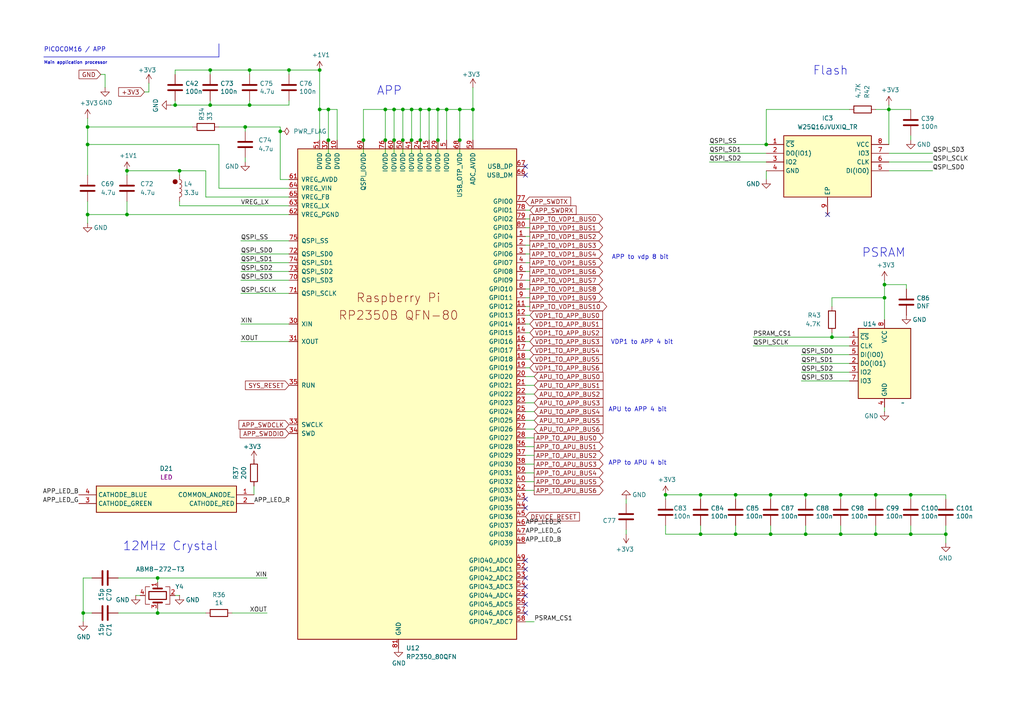
<source format=kicad_sch>
(kicad_sch (version 20231120) (generator "eeschema") (generator_version "8.0")
  (paper "A4")
  (lib_symbols
    (symbol "Device:C" (pin_numbers hide) (pin_names (offset 0.254))
      (property "Reference" "C" (at 0.635 2.54 0))
      (property "Value" "C" (at 0.635 -2.54 0))
      (symbol "C_0_1"
        (polyline (pts (xy -2.032 -0.762) (xy 2.032 -0.762)) (stroke (width 0.508)))
        (polyline (pts (xy -2.032 0.762) (xy 2.032 0.762)) (stroke (width 0.508)))
      )
      (symbol "C_1_1"
        (pin passive line (at 0 3.81 270) (length 2.794) (name "~") (number "1"))
        (pin passive line (at 0 -3.81 90) (length 2.794) (name "~") (number "2"))
      )
    )
    (symbol "Device:Crystal_GND24" (pin_names (offset 1.016) hide)
      (property "Reference" "Y" (at 3.175 5.08 0))
      (property "Value" "Crystal_GND24" (at 3.175 3.175 0))
      (symbol "Crystal_GND24_0_1"
        (rectangle (start -1.143 2.54) (end 1.143 -2.54) (stroke (width 0.3048)))
        (polyline (pts (xy -2.54 0) (xy -2.032 0)))
        (polyline (pts (xy -2.032 -1.27) (xy -2.032 1.27)) (stroke (width 0.508)))
        (polyline (pts (xy 0 -3.81) (xy 0 -3.556)))
        (polyline (pts (xy 0 3.556) (xy 0 3.81)))
        (polyline (pts (xy 2.032 -1.27) (xy 2.032 1.27)) (stroke (width 0.508)))
        (polyline (pts (xy 2.032 0) (xy 2.54 0)))
        (polyline (pts (xy -2.54 -2.286) (xy -2.54 -3.556) (xy 2.54 -3.556) (xy 2.54 -2.286)))
        (polyline (pts (xy -2.54 2.286) (xy -2.54 3.556) (xy 2.54 3.556) (xy 2.54 2.286)))
      )
      (symbol "Crystal_GND24_1_1"
        (pin passive line (at -3.81 0 0) (length 1.27) (name "1") (number "1"))
        (pin passive line (at 0 5.08 270) (length 1.27) (name "2") (number "2"))
        (pin passive line (at 3.81 0 180) (length 1.27) (name "3") (number "3"))
        (pin passive line (at 0 -5.08 90) (length 1.27) (name "4") (number "4"))
      )
    )
    (symbol "Device:L" (pin_numbers hide) (pin_names (offset 1.016) hide)
      (property "Reference" "L" (at -1.27 0 90))
      (property "Value" "L" (at 1.905 0 90))
      (symbol "L_0_1"
        (arc (start 0 -2.54) (mid 0.6323 -1.905) (end 0 -1.27))
        (arc (start 0 -1.27) (mid 0.6323 -0.635) (end 0 0))
        (arc (start 0 0) (mid 0.6323 0.635) (end 0 1.27))
        (arc (start 0 1.27) (mid 0.6323 1.905) (end 0 2.54))
      )
      (symbol "L_1_1"
        (pin passive line (at 0 3.81 270) (length 1.27) (name "1") (number "1"))
        (pin passive line (at 0 -3.81 90) (length 1.27) (name "2") (number "2"))
      )
    )
    (symbol "Device:R" (pin_numbers hide) (pin_names (offset 0))
      (property "Reference" "R" (at 2.032 0 90))
      (property "Value" "R" (at 0 0 90))
      (symbol "R_0_1"
        (rectangle (start -1.016 -2.54) (end 1.016 2.54) (stroke (width 0.254)))
      )
      (symbol "R_1_1"
        (pin passive line (at 0 3.81 270) (length 1.27) (name "~") (number "1"))
        (pin passive line (at 0 -3.81 90) (length 1.27) (name "~") (number "2"))
      )
    )
    (symbol "LRTBR48G-P9Q7-1+R7S5-26+NP-68:LRTBR48G-P9Q7-1+R7S5-26+NP-68"
      (property "Reference" "LED" (at 46.99 7.62 0))
      (property "Value" "LRTBR48G-P9Q7-1+R7S5-26+NP-68" (at 46.99 5.08 0))
      (symbol "LRTBR48G-P9Q7-1+R7S5-26+NP-68_1_1"
        (rectangle (start 5.08 2.54) (end 45.72 -5.08) (stroke (width 0.254)) (fill (type background)))
        (pin passive line (at 50.8 0 180) (length 5.08) (name "COMMON_ANODE_") (number "1"))
        (pin passive line (at 50.8 -2.54 180) (length 5.08) (name "CATHODE_RED") (number "2"))
        (pin passive line (at 0 -2.54 0) (length 5.08) (name "CATHODE_GREEN") (number "3"))
        (pin passive line (at 0 0 0) (length 5.08) (name "CATHODE_BLUE") (number "4"))
      )
    )
    (symbol "MCU_RaspberryPi_RP2350_2:RP2350_80QFN" (pin_names (offset 1.016))
      (property "Reference" "U" (at -29.21 49.53 0))
      (property "Value" "RP2350_80QFN" (at 25.4 -96.52 0))
      (symbol "RP2350_80QFN_0_0"
        (text "Raspberry Pi" (at 0 5.08 0) (effects (font (size 2.54 2.54))))
      )
      (symbol "RP2350_80QFN_0_1"
        (rectangle (start -29.21 48.26) (end 34.29 -93.98) (stroke (width 0.254)) (fill (type background)))
      )
      (symbol "RP2350_80QFN_1_0"
        (text "RP2350B QFN-80" (at 0 0 0) (effects (font (size 2.54 2.54))))
      )
      (symbol "RP2350_80QFN_1_1"
        (pin bidirectional line (at 36.83 22.86 180) (length 2.54) (name "GPIO4") (number "1"))
        (pin power_in line (at -17.78 50.8 270) (length 2.54) (name "DVDD") (number "10"))
        (pin bidirectional line (at 36.83 2.54 180) (length 2.54) (name "GPIO12") (number "11"))
        (pin bidirectional line (at 36.83 0 180) (length 2.54) (name "GPIO13") (number "12"))
        (pin bidirectional line (at 36.83 -2.54 180) (length 2.54) (name "GPIO14") (number "13"))
        (pin bidirectional line (at 36.83 -5.08 180) (length 2.54) (name "GPIO15") (number "14"))
        (pin power_in line (at 8.89 50.8 270) (length 2.54) (name "IOVDD") (number "15"))
        (pin bidirectional line (at 36.83 -7.62 180) (length 2.54) (name "GPIO16") (number "16"))
        (pin bidirectional line (at 36.83 -10.16 180) (length 2.54) (name "GPIO17") (number "17"))
        (pin bidirectional line (at 36.83 -12.7 180) (length 2.54) (name "GPIO18") (number "18"))
        (pin bidirectional line (at 36.83 -15.24 180) (length 2.54) (name "GPIO19") (number "19"))
        (pin bidirectional line (at 36.83 20.32 180) (length 2.54) (name "GPIO5") (number "2"))
        (pin bidirectional line (at 36.83 -17.78 180) (length 2.54) (name "GPIO20") (number "20"))
        (pin bidirectional line (at 36.83 -20.32 180) (length 2.54) (name "GPIO21") (number "21"))
        (pin bidirectional line (at 36.83 -22.86 180) (length 2.54) (name "GPIO22") (number "22"))
        (pin bidirectional line (at 36.83 -25.4 180) (length 2.54) (name "GPIO23") (number "23"))
        (pin power_in line (at 6.35 50.8 270) (length 2.54) (name "IOVDD") (number "24"))
        (pin bidirectional line (at 36.83 -27.94 180) (length 2.54) (name "GPIO24") (number "25"))
        (pin bidirectional line (at 36.83 -30.48 180) (length 2.54) (name "GPIO25") (number "26"))
        (pin bidirectional line (at 36.83 -33.02 180) (length 2.54) (name "GPIO26") (number "27"))
        (pin bidirectional line (at 36.83 -35.56 180) (length 2.54) (name "GPIO27") (number "28"))
        (pin power_in line (at 11.43 50.8 270) (length 2.54) (name "IOVDD") (number "29"))
        (pin bidirectional line (at 36.83 17.78 180) (length 2.54) (name "GPIO6") (number "3"))
        (pin input line (at -31.75 -2.54 0) (length 2.54) (name "XIN") (number "30"))
        (pin passive line (at -31.75 -7.62 0) (length 2.54) (name "XOUT") (number "31"))
        (pin power_in line (at -20.32 50.8 270) (length 2.54) (name "DVDD") (number "32"))
        (pin output line (at -31.75 -31.75 0) (length 2.54) (name "SWCLK") (number "33"))
        (pin bidirectional line (at -31.75 -34.29 0) (length 2.54) (name "SWD") (number "34"))
        (pin input line (at -31.75 -20.32 0) (length 2.54) (name "RUN") (number "35"))
        (pin bidirectional line (at 36.83 -38.1 180) (length 2.54) (name "GPIO28") (number "36"))
        (pin bidirectional line (at 36.83 -40.64 180) (length 2.54) (name "GPIO29") (number "37"))
        (pin bidirectional line (at 36.83 -43.18 180) (length 2.54) (name "GPIO30") (number "38"))
        (pin bidirectional line (at 36.83 -45.72 180) (length 2.54) (name "GPIO31") (number "39"))
        (pin bidirectional line (at 36.83 15.24 180) (length 2.54) (name "GPIO7") (number "4"))
        (pin bidirectional line (at 36.83 -48.26 180) (length 2.54) (name "GPIO32") (number "40"))
        (pin power_in line (at 3.81 50.8 270) (length 2.54) (name "IOVDD") (number "41"))
        (pin bidirectional line (at 36.83 -50.8 180) (length 2.54) (name "GPIO33") (number "42"))
        (pin bidirectional line (at 36.83 -53.34 180) (length 2.54) (name "GPIO34") (number "43"))
        (pin bidirectional line (at 36.83 -55.88 180) (length 2.54) (name "GPIO35") (number "44"))
        (pin bidirectional line (at 36.83 -58.42 180) (length 2.54) (name "GPIO36") (number "45"))
        (pin bidirectional line (at 36.83 -60.96 180) (length 2.54) (name "GPIO37") (number "46"))
        (pin bidirectional line (at 36.83 -63.5 180) (length 2.54) (name "GPIO38") (number "47"))
        (pin bidirectional line (at 36.83 -66.04 180) (length 2.54) (name "GPIO39") (number "48"))
        (pin bidirectional line (at 36.83 -71.12 180) (length 2.54) (name "GPIO40_ADC0") (number "49"))
        (pin power_in line (at 13.97 50.8 270) (length 2.54) (name "IOVDD") (number "5"))
        (pin power_in line (at 1.27 50.8 270) (length 2.54) (name "IOVDD") (number "50"))
        (pin power_in line (at -22.86 50.8 270) (length 2.54) (name "DVDD") (number "51"))
        (pin bidirectional line (at 36.83 -73.66 180) (length 2.54) (name "GPIO41_ADC1") (number "52"))
        (pin bidirectional line (at 36.83 -76.2 180) (length 2.54) (name "GPIO42_ADC2") (number "53"))
        (pin bidirectional line (at 36.83 -78.74 180) (length 2.54) (name "GPIO43_ADC3") (number "54"))
        (pin bidirectional line (at 36.83 -81.28 180) (length 2.54) (name "GPIO44_ADC4") (number "55"))
        (pin bidirectional line (at 36.83 -83.82 180) (length 2.54) (name "GPIO45_ADC5") (number "56"))
        (pin bidirectional line (at 36.83 -86.36 180) (length 2.54) (name "GPIO46_ADC6") (number "57"))
        (pin bidirectional line (at 36.83 -88.9 180) (length 2.54) (name "GPIO47_ADC7") (number "58"))
        (pin power_in line (at 21.59 50.8 270) (length 2.54) (name "ADC_AVDD") (number "59"))
        (pin bidirectional line (at 36.83 12.7 180) (length 2.54) (name "GPIO8") (number "6"))
        (pin power_in line (at -1.27 50.8 270) (length 2.54) (name "IOVDD") (number "60"))
        (pin power_in line (at -31.75 39.37 0) (length 2.54) (name "VREG_AVDD") (number "61"))
        (pin power_in line (at -31.75 29.21 0) (length 2.54) (name "VREG_PGND") (number "62"))
        (pin power_out line (at -31.75 31.75 0) (length 2.54) (name "VREG_LX") (number "63"))
        (pin power_in line (at -31.75 36.83 0) (length 2.54) (name "VREG_VIN") (number "64"))
        (pin input line (at -31.75 34.29 0) (length 2.54) (name "VREG_FB") (number "65"))
        (pin bidirectional line (at 36.83 40.64 180) (length 2.54) (name "USB_DM") (number "66"))
        (pin bidirectional line (at 36.83 43.18 180) (length 2.54) (name "USB_DP") (number "67"))
        (pin power_in line (at 17.78 50.8 270) (length 2.54) (name "USB_OTP_VDD") (number "68"))
        (pin power_in line (at -10.16 50.8 270) (length 2.54) (name "QSPI_IOVDD") (number "69"))
        (pin bidirectional line (at 36.83 10.16 180) (length 2.54) (name "GPIO9") (number "7"))
        (pin bidirectional line (at -31.75 10.16 0) (length 2.54) (name "QSPI_SD3") (number "70"))
        (pin output line (at -31.75 6.35 0) (length 2.54) (name "QSPI_SCLK") (number "71"))
        (pin bidirectional line (at -31.75 17.78 0) (length 2.54) (name "QSPI_SD0") (number "72"))
        (pin bidirectional line (at -31.75 12.7 0) (length 2.54) (name "QSPI_SD2") (number "73"))
        (pin bidirectional line (at -31.75 15.24 0) (length 2.54) (name "QSPI_SD1") (number "74"))
        (pin bidirectional line (at -31.75 21.59 0) (length 2.54) (name "QSPI_SS") (number "75"))
        (pin power_in line (at -3.81 50.8 270) (length 2.54) (name "IOVDD") (number "76"))
        (pin bidirectional line (at 36.83 33.02 180) (length 2.54) (name "GPIO0") (number "77"))
        (pin bidirectional line (at 36.83 30.48 180) (length 2.54) (name "GPIO1") (number "78"))
        (pin bidirectional line (at 36.83 27.94 180) (length 2.54) (name "GPIO2") (number "79"))
        (pin bidirectional line (at 36.83 7.62 180) (length 2.54) (name "GPIO10") (number "8"))
        (pin bidirectional line (at 36.83 25.4 180) (length 2.54) (name "GPIO3") (number "80"))
        (pin power_in line (at 0 -96.52 90) (length 2.54) (name "GND") (number "81"))
        (pin bidirectional line (at 36.83 5.08 180) (length 2.54) (name "GPIO11") (number "9"))
      )
    )
    (symbol "Memory_Flash:W25Q128JVS"
      (property "Reference" "U" (at -6.35 11.43 0))
      (property "Value" "W25Q128JVS" (at 7.62 11.43 0))
      (symbol "W25Q128JVS_0_1"
        (rectangle (start -7.62 10.16) (end 7.62 -10.16) (stroke (width 0.254)) (fill (type background)))
      )
      (symbol "W25Q128JVS_1_1"
        (pin input line (at -10.16 7.62 0) (length 2.54) (name "~{CS}") (number "1"))
        (pin bidirectional line (at -10.16 0 0) (length 2.54) (name "DO(IO1)") (number "2"))
        (pin bidirectional line (at -10.16 -2.54 0) (length 2.54) (name "IO2") (number "3"))
        (pin power_in line (at 0 -12.7 90) (length 2.54) (name "GND") (number "4"))
        (pin bidirectional line (at -10.16 2.54 0) (length 2.54) (name "DI(IO0)") (number "5"))
        (pin input line (at -10.16 5.08 0) (length 2.54) (name "CLK") (number "6"))
        (pin bidirectional line (at -10.16 -5.08 0) (length 2.54) (name "IO3") (number "7"))
        (pin power_in line (at 0 12.7 270) (length 2.54) (name "VCC") (number "8"))
      )
    )
    (symbol "W25Q16JVUXIQ_TR:W25Q16JVUXIQ_TR"
      (property "Reference" "IC" (at 31.75 7.62 0))
      (property "Value" "W25Q16JVUXIQ_TR" (at 31.75 5.08 0))
      (symbol "W25Q16JVUXIQ_TR_1_1"
        (rectangle (start 5.08 2.54) (end 30.48 -15.24) (stroke (width 0.254)) (fill (type background)))
        (pin passive line (at 0 0 0) (length 5.08) (name "~{CS}") (number "1"))
        (pin passive line (at 0 -2.54 0) (length 5.08) (name "DO(IO1)") (number "2"))
        (pin passive line (at 0 -5.08 0) (length 5.08) (name "IO2") (number "3"))
        (pin passive line (at 0 -7.62 0) (length 5.08) (name "GND") (number "4"))
        (pin passive line (at 35.56 -7.62 180) (length 5.08) (name "DI(IO0)") (number "5"))
        (pin passive line (at 35.56 -5.08 180) (length 5.08) (name "CLK") (number "6"))
        (pin passive line (at 35.56 -2.54 180) (length 5.08) (name "IO3") (number "7"))
        (pin passive line (at 35.56 0 180) (length 5.08) (name "VCC") (number "8"))
        (pin passive line (at 17.78 -20.32 90) (length 5.08) (name "EP") (number "9"))
      )
    )
    (symbol "power:+1V1" (power) (pin_numbers hide) (pin_names (offset 0) hide)
      (property "Value" "+1V1" (at 0 3.556 0))
      (symbol "+1V1_0_1"
        (polyline (pts (xy -0.762 1.27) (xy 0 2.54)))
        (polyline (pts (xy 0 0) (xy 0 2.54)))
        (polyline (pts (xy 0 2.54) (xy 0.762 1.27)))
      )
      (symbol "+1V1_1_1"
        (pin power_in line (at 0 0 90) (length 0) (name "~") (number "1"))
      )
    )
    (symbol "power:+3V3" (power) (pin_numbers hide) (pin_names (offset 0) hide)
      (property "Value" "+3V3" (at 0 3.556 0))
      (symbol "+3V3_0_1"
        (polyline (pts (xy -0.762 1.27) (xy 0 2.54)))
        (polyline (pts (xy 0 0) (xy 0 2.54)))
        (polyline (pts (xy 0 2.54) (xy 0.762 1.27)))
      )
      (symbol "+3V3_1_1"
        (pin power_in line (at 0 0 90) (length 0) (name "~") (number "1"))
      )
    )
    (symbol "power:GND" (power) (pin_numbers hide) (pin_names (offset 0) hide)
      (property "Value" "GND" (at 0 -3.81 0))
      (symbol "GND_0_1"
        (polyline (pts (xy 0 0) (xy 0 -1.27) (xy 1.27 -1.27) (xy 0 -2.54) (xy -1.27 -1.27) (xy 0 -1.27)))
      )
      (symbol "GND_1_1"
        (pin power_in line (at 0 0 270) (length 0) (name "~") (number "1"))
      )
    )
    (symbol "power:PWR_FLAG" (power) (pin_numbers hide) (pin_names (offset 0) hide)
      (property "Value" "PWR_FLAG" (at 0 3.81 0))
      (symbol "PWR_FLAG_0_0"
        (pin power_out line (at 0 0 90) (length 0) (name "~") (number "1"))
      )
      (symbol "PWR_FLAG_0_1"
        (polyline (pts (xy 0 0) (xy 0 1.27) (xy -1.016 1.905) (xy 0 2.54) (xy 1.016 1.905) (xy 0 1.27)))
      )
    )
  )
  (junction (at 114.3 40.64))
  (junction (at 264.16 154.94))
  (junction (at 233.68 154.94))
  (junction (at 92.71 31.75))
  (junction (at 60.96 30.48))
  (junction (at 223.52 154.94))
  (junction (at 105.41 40.64))
  (junction (at 24.13 177.8))
  (junction (at 129.54 31.75))
  (junction (at 133.35 40.64))
  (junction (at 83.82 20.32))
  (junction (at 274.32 154.94))
  (junction (at 52.07 49.53))
  (junction (at 25.4 36.83))
  (junction (at 95.25 31.75))
  (junction (at 111.76 31.75))
  (junction (at 45.72 167.64))
  (junction (at 127 31.75))
  (junction (at 213.36 143.51))
  (junction (at 119.38 31.75))
  (junction (at 233.68 143.51))
  (junction (at 60.96 20.32))
  (junction (at 256.54 82.55))
  (junction (at 95.25 40.64))
  (junction (at 50.8 30.48))
  (junction (at 133.35 31.75))
  (junction (at 254 154.94))
  (junction (at 116.84 31.75))
  (junction (at 72.39 30.48))
  (junction (at 72.39 20.32))
  (junction (at 203.2 143.51))
  (junction (at 121.92 31.75))
  (junction (at 36.83 62.23))
  (junction (at 257.81 31.75))
  (junction (at 137.16 31.75))
  (junction (at 264.16 143.51))
  (junction (at 243.84 154.94))
  (junction (at 243.84 143.51))
  (junction (at 25.4 41.91))
  (junction (at 111.76 40.64))
  (junction (at 127 40.64))
  (junction (at 193.04 143.51))
  (junction (at 116.84 40.64))
  (junction (at 25.4 62.23))
  (junction (at 241.3 97.79))
  (junction (at 203.2 154.94))
  (junction (at 222.25 41.91))
  (junction (at 223.52 143.51))
  (junction (at 213.36 154.94))
  (junction (at 119.38 40.64))
  (junction (at 71.12 36.83))
  (junction (at 124.46 31.75))
  (junction (at 256.54 86.36))
  (junction (at 45.72 177.8))
  (junction (at 36.83 49.53))
  (junction (at 254 143.51))
  (junction (at 92.71 20.32))
  (junction (at 121.92 40.64))
  (junction (at 114.3 31.75))
  (junction (at 81.28 38.1))
  (no_connect (at 152.4 170.18))
  (no_connect (at 152.4 177.8))
  (no_connect (at 152.4 165.1))
  (no_connect (at 240.03 62.23))
  (no_connect (at 152.4 172.72))
  (no_connect (at 152.4 162.56))
  (no_connect (at 152.4 144.78))
  (no_connect (at 152.4 175.26))
  (no_connect (at 152.4 147.32))
  (no_connect (at 152.4 167.64))
  (no_connect (at 152.4 48.26))
  (no_connect (at 152.4 50.8))
  (wire (pts (xy 25.4 62.23) (xy 25.4 64.77)))
  (wire (pts (xy 119.38 31.75) (xy 121.92 31.75)))
  (wire (pts (xy 83.82 30.48) (xy 83.82 29.21)))
  (wire (pts (xy 105.41 31.75) (xy 111.76 31.75)))
  (wire (pts (xy 154.94 134.62) (xy 152.4 134.62)))
  (wire (pts (xy 97.79 31.75) (xy 97.79 40.64)))
  (wire (pts (xy 153.67 76.2) (xy 152.4 76.2)))
  (wire (pts (xy 50.8 20.32) (xy 60.96 20.32)))
  (wire (pts (xy 233.68 143.51) (xy 243.84 143.51)))
  (wire (pts (xy 92.71 31.75) (xy 92.71 40.64)))
  (wire (pts (xy 52.07 59.69) (xy 52.07 58.42)))
  (wire (pts (xy 153.67 104.14) (xy 152.4 104.14)))
  (wire (pts (xy 26.67 177.8) (xy 24.13 177.8)))
  (wire (pts (xy 34.29 167.64) (xy 45.72 167.64)))
  (wire (pts (xy 105.41 31.75) (xy 105.41 40.64)))
  (wire (pts (xy 233.68 154.94) (xy 243.84 154.94)))
  (wire (pts (xy 218.44 97.79) (xy 241.3 97.79)))
  (wire (pts (xy 114.3 40.64) (xy 114.3 44.45)))
  (wire (pts (xy 95.25 31.75) (xy 92.71 31.75)))
  (wire (pts (xy 264.16 143.51) (xy 274.32 143.51)))
  (wire (pts (xy 254 144.78) (xy 254 143.51)))
  (wire (pts (xy 67.31 177.8) (xy 77.47 177.8)))
  (wire (pts (xy 243.84 152.4) (xy 243.84 154.94)))
  (wire (pts (xy 222.25 52.07) (xy 222.25 49.53)))
  (wire (pts (xy 232.41 107.95) (xy 246.38 107.95)))
  (wire (pts (xy 256.54 82.55) (xy 256.54 86.36)))
  (wire (pts (xy 223.52 144.78) (xy 223.52 143.51)))
  (wire (pts (xy 127 40.64) (xy 127 44.45)))
  (wire (pts (xy 129.54 31.75) (xy 129.54 40.64)))
  (wire (pts (xy 137.16 25.4) (xy 137.16 31.75)))
  (wire (pts (xy 243.84 144.78) (xy 243.84 143.51)))
  (wire (pts (xy 30.48 21.59) (xy 29.21 21.59)))
  (wire (pts (xy 45.72 167.64) (xy 77.47 167.64)))
  (wire (pts (xy 69.85 73.66) (xy 83.82 73.66)))
  (wire (pts (xy 270.51 44.45) (xy 257.81 44.45)))
  (wire (pts (xy 60.96 30.48) (xy 72.39 30.48)))
  (wire (pts (xy 30.48 21.59) (xy 30.48 25.4)))
  (wire (pts (xy 25.4 41.91) (xy 25.4 50.8)))
  (wire (pts (xy 73.66 140.97) (xy 73.66 143.51)))
  (wire (pts (xy 36.83 50.8) (xy 36.83 49.53)))
  (wire (pts (xy 153.67 101.6) (xy 152.4 101.6)))
  (wire (pts (xy 124.46 31.75) (xy 127 31.75)))
  (wire (pts (xy 152.4 139.7) (xy 154.94 139.7)))
  (wire (pts (xy 49.53 30.48) (xy 50.8 30.48)))
  (wire (pts (xy 71.12 36.83) (xy 71.12 38.1)))
  (wire (pts (xy 133.35 31.75) (xy 133.35 40.64)))
  (wire (pts (xy 154.94 109.22) (xy 152.4 109.22)))
  (wire (pts (xy 52.07 59.69) (xy 83.82 59.69)))
  (wire (pts (xy 116.84 31.75) (xy 119.38 31.75)))
  (wire (pts (xy 72.39 30.48) (xy 83.82 30.48)))
  (wire (pts (xy 274.32 144.78) (xy 274.32 143.51)))
  (wire (pts (xy 153.67 63.5) (xy 152.4 63.5)))
  (wire (pts (xy 24.13 167.64) (xy 24.13 177.8)))
  (wire (pts (xy 59.69 57.15) (xy 59.69 49.53)))
  (wire (pts (xy 203.2 144.78) (xy 203.2 143.51)))
  (wire (pts (xy 92.71 20.32) (xy 92.71 31.75)))
  (wire (pts (xy 152.4 142.24) (xy 154.94 142.24)))
  (wire (pts (xy 121.92 40.64) (xy 121.92 44.45)))
  (wire (pts (xy 193.04 152.4) (xy 193.04 154.94)))
  (wire (pts (xy 129.54 31.75) (xy 133.35 31.75)))
  (wire (pts (xy 137.16 31.75) (xy 137.16 40.64)))
  (wire (pts (xy 121.92 31.75) (xy 121.92 40.64)))
  (wire (pts (xy 154.94 114.3) (xy 152.4 114.3)))
  (wire (pts (xy 69.85 93.98) (xy 83.82 93.98)))
  (wire (pts (xy 81.28 52.07) (xy 83.82 52.07)))
  (wire (pts (xy 213.36 144.78) (xy 213.36 143.51)))
  (wire (pts (xy 52.07 49.53) (xy 52.07 50.8)))
  (wire (pts (xy 154.94 132.08) (xy 152.4 132.08)))
  (wire (pts (xy 193.04 144.78) (xy 193.04 143.51)))
  (wire (pts (xy 262.89 82.55) (xy 256.54 82.55)))
  (wire (pts (xy 50.8 30.48) (xy 60.96 30.48)))
  (wire (pts (xy 203.2 143.51) (xy 213.36 143.51)))
  (wire (pts (xy 111.76 40.64) (xy 111.76 44.45)))
  (wire (pts (xy 121.92 31.75) (xy 124.46 31.75)))
  (wire (pts (xy 153.67 93.98) (xy 152.4 93.98)))
  (wire (pts (xy 25.4 36.83) (xy 55.88 36.83)))
  (wire (pts (xy 111.76 31.75) (xy 111.76 40.64)))
  (wire (pts (xy 69.85 81.28) (xy 83.82 81.28)))
  (wire (pts (xy 119.38 40.64) (xy 119.38 44.45)))
  (wire (pts (xy 257.81 30.48) (xy 257.81 31.75)))
  (wire (pts (xy 154.94 180.34) (xy 152.4 180.34)))
  (wire (pts (xy 154.94 116.84) (xy 152.4 116.84)))
  (wire (pts (xy 153.67 73.66) (xy 152.4 73.66)))
  (wire (pts (xy 50.8 29.21) (xy 50.8 30.48)))
  (wire (pts (xy 83.82 21.59) (xy 83.82 20.32)))
  (wire (pts (xy 116.84 40.64) (xy 116.84 44.45)))
  (wire (pts (xy 25.4 36.83) (xy 25.4 41.91)))
  (wire (pts (xy 153.67 99.06) (xy 152.4 99.06)))
  (wire (pts (xy 181.61 146.05) (xy 181.61 144.78)))
  (wire (pts (xy 203.2 154.94) (xy 193.04 154.94)))
  (wire (pts (xy 95.25 40.64) (xy 95.25 44.45)))
  (polyline (pts (xy 63.5 12.7) (xy 63.5 16.51)))
  (wire (pts (xy 264.16 31.75) (xy 257.81 31.75)))
  (wire (pts (xy 241.3 88.9) (xy 241.3 86.36)))
  (wire (pts (xy 43.18 24.13) (xy 43.18 26.67)))
  (wire (pts (xy 95.25 31.75) (xy 97.79 31.75)))
  (wire (pts (xy 241.3 96.52) (xy 241.3 97.79)))
  (wire (pts (xy 205.74 44.45) (xy 222.25 44.45)))
  (wire (pts (xy 193.04 143.51) (xy 203.2 143.51)))
  (wire (pts (xy 59.69 49.53) (xy 52.07 49.53)))
  (wire (pts (xy 60.96 21.59) (xy 60.96 20.32)))
  (wire (pts (xy 60.96 29.21) (xy 60.96 30.48)))
  (wire (pts (xy 127 31.75) (xy 127 40.64)))
  (wire (pts (xy 233.68 152.4) (xy 233.68 154.94)))
  (wire (pts (xy 111.76 31.75) (xy 114.3 31.75)))
  (wire (pts (xy 154.94 127) (xy 152.4 127)))
  (wire (pts (xy 63.5 54.61) (xy 83.82 54.61)))
  (wire (pts (xy 254 154.94) (xy 264.16 154.94)))
  (wire (pts (xy 203.2 152.4) (xy 203.2 154.94)))
  (wire (pts (xy 153.67 71.12) (xy 152.4 71.12)))
  (wire (pts (xy 274.32 154.94) (xy 274.32 157.48)))
  (wire (pts (xy 153.67 96.52) (xy 152.4 96.52)))
  (wire (pts (xy 270.51 46.99) (xy 257.81 46.99)))
  (wire (pts (xy 36.83 58.42) (xy 36.83 62.23)))
  (wire (pts (xy 232.41 105.41) (xy 246.38 105.41)))
  (polyline (pts (xy 12.7 16.51) (xy 63.5 16.51)))
  (wire (pts (xy 43.18 26.67) (xy 41.91 26.67)))
  (wire (pts (xy 154.94 124.46) (xy 152.4 124.46)))
  (wire (pts (xy 256.54 86.36) (xy 256.54 92.71)))
  (wire (pts (xy 154.94 111.76) (xy 152.4 111.76)))
  (wire (pts (xy 213.36 143.51) (xy 223.52 143.51)))
  (wire (pts (xy 153.67 86.36) (xy 152.4 86.36)))
  (wire (pts (xy 264.16 152.4) (xy 264.16 154.94)))
  (wire (pts (xy 34.29 177.8) (xy 45.72 177.8)))
  (wire (pts (xy 72.39 29.21) (xy 72.39 30.48)))
  (wire (pts (xy 152.4 137.16) (xy 154.94 137.16)))
  (wire (pts (xy 203.2 154.94) (xy 213.36 154.94)))
  (wire (pts (xy 257.81 31.75) (xy 257.81 41.91)))
  (wire (pts (xy 264.16 154.94) (xy 274.32 154.94)))
  (wire (pts (xy 213.36 154.94) (xy 223.52 154.94)))
  (wire (pts (xy 153.67 78.74) (xy 152.4 78.74)))
  (wire (pts (xy 256.54 81.28) (xy 256.54 82.55)))
  (wire (pts (xy 153.67 83.82) (xy 152.4 83.82)))
  (wire (pts (xy 154.94 119.38) (xy 152.4 119.38)))
  (wire (pts (xy 241.3 86.36) (xy 256.54 86.36)))
  (wire (pts (xy 69.85 69.85) (xy 83.82 69.85)))
  (wire (pts (xy 256.54 119.38) (xy 256.54 118.11)))
  (wire (pts (xy 205.74 41.91) (xy 222.25 41.91)))
  (wire (pts (xy 274.32 152.4) (xy 274.32 154.94)))
  (wire (pts (xy 45.72 177.8) (xy 59.69 177.8)))
  (wire (pts (xy 243.84 143.51) (xy 254 143.51)))
  (wire (pts (xy 36.83 62.23) (xy 83.82 62.23)))
  (wire (pts (xy 223.52 154.94) (xy 233.68 154.94)))
  (wire (pts (xy 36.83 49.53) (xy 52.07 49.53)))
  (wire (pts (xy 71.12 46.99) (xy 71.12 45.72)))
  (wire (pts (xy 63.5 41.91) (xy 63.5 54.61)))
  (wire (pts (xy 133.35 31.75) (xy 137.16 31.75)))
  (wire (pts (xy 154.94 129.54) (xy 152.4 129.54)))
  (wire (pts (xy 60.96 20.32) (xy 72.39 20.32)))
  (wire (pts (xy 133.35 40.64) (xy 133.35 44.45)))
  (wire (pts (xy 223.52 152.4) (xy 223.52 154.94)))
  (wire (pts (xy 83.82 57.15) (xy 59.69 57.15)))
  (wire (pts (xy 83.82 20.32) (xy 92.71 20.32)))
  (wire (pts (xy 119.38 31.75) (xy 119.38 40.64)))
  (wire (pts (xy 243.84 154.94) (xy 254 154.94)))
  (wire (pts (xy 50.8 172.72) (xy 52.07 172.72)))
  (wire (pts (xy 81.28 38.1) (xy 81.28 52.07)))
  (wire (pts (xy 63.5 36.83) (xy 71.12 36.83)))
  (wire (pts (xy 83.82 85.09) (xy 69.85 85.09)))
  (wire (pts (xy 254 143.51) (xy 264.16 143.51)))
  (wire (pts (xy 69.85 78.74) (xy 83.82 78.74)))
  (wire (pts (xy 205.74 46.99) (xy 222.25 46.99)))
  (wire (pts (xy 153.67 106.68) (xy 152.4 106.68)))
  (wire (pts (xy 153.67 81.28) (xy 152.4 81.28)))
  (wire (pts (xy 72.39 21.59) (xy 72.39 20.32)))
  (wire (pts (xy 72.39 20.32) (xy 83.82 20.32)))
  (wire (pts (xy 153.67 60.96) (xy 152.4 60.96)))
  (wire (pts (xy 71.12 36.83) (xy 81.28 36.83)))
  (wire (pts (xy 213.36 152.4) (xy 213.36 154.94)))
  (wire (pts (xy 25.4 62.23) (xy 36.83 62.23)))
  (wire (pts (xy 69.85 76.2) (xy 83.82 76.2)))
  (wire (pts (xy 262.89 83.82) (xy 262.89 82.55)))
  (wire (pts (xy 222.25 31.75) (xy 222.25 41.91)))
  (wire (pts (xy 25.4 41.91) (xy 63.5 41.91)))
  (wire (pts (xy 50.8 21.59) (xy 50.8 20.32)))
  (wire (pts (xy 124.46 31.75) (xy 124.46 40.64)))
  (wire (pts (xy 232.41 102.87) (xy 246.38 102.87)))
  (wire (pts (xy 246.38 110.49) (xy 232.41 110.49)))
  (wire (pts (xy 270.51 49.53) (xy 257.81 49.53)))
  (wire (pts (xy 246.38 31.75) (xy 222.25 31.75)))
  (wire (pts (xy 223.52 143.51) (xy 233.68 143.51)))
  (wire (pts (xy 181.61 154.94) (xy 181.61 153.67)))
  (wire (pts (xy 218.44 100.33) (xy 246.38 100.33)))
  (wire (pts (xy 264.16 144.78) (xy 264.16 143.51)))
  (wire (pts (xy 254 152.4) (xy 254 154.94)))
  (wire (pts (xy 154.94 121.92) (xy 152.4 121.92)))
  (wire (pts (xy 81.28 36.83) (xy 81.28 38.1)))
  (wire (pts (xy 127 31.75) (xy 129.54 31.75)))
  (wire (pts (xy 26.67 167.64) (xy 24.13 167.64)))
  (wire (pts (xy 39.37 172.72) (xy 40.64 172.72)))
  (wire (pts (xy 153.67 91.44) (xy 152.4 91.44)))
  (wire (pts (xy 233.68 144.78) (xy 233.68 143.51)))
  (wire (pts (xy 45.72 176.53) (xy 45.72 177.8)))
  (wire (pts (xy 95.25 31.75) (xy 95.25 40.64)))
  (wire (pts (xy 24.13 177.8) (xy 24.13 180.34)))
  (wire (pts (xy 153.67 66.04) (xy 152.4 66.04)))
  (wire (pts (xy 105.41 40.64) (xy 105.41 44.45)))
  (wire (pts (xy 45.72 168.91) (xy 45.72 167.64)))
  (wire (pts (xy 25.4 34.29) (xy 25.4 36.83)))
  (wire (pts (xy 25.4 58.42) (xy 25.4 62.23)))
  (wire (pts (xy 254 31.75) (xy 257.81 31.75)))
  (wire (pts (xy 153.67 88.9) (xy 152.4 88.9)))
  (wire (pts (xy 264.16 39.37) (xy 264.16 40.64)))
  (wire (pts (xy 241.3 97.79) (xy 246.38 97.79)))
  (wire (pts (xy 83.82 99.06) (xy 69.85 99.06)))
  (wire (pts (xy 116.84 31.75) (xy 116.84 40.64)))
  (wire (pts (xy 153.67 68.58) (xy 152.4 68.58)))
  (wire (pts (xy 114.3 31.75) (xy 116.84 31.75)))
  (wire (pts (xy 114.3 31.75) (xy 114.3 40.64)))
  (circle (center 50.8 52.705) (radius 0.635) (stroke (width 0) (color 132 0 0 1)) (fill (type color) (color 132 0 0 1)))
  (text "PSRAM" (at 249.936 74.93 0) (effects (font (size 2.54 2.54)) (justify left bottom)))
  (text "APP to APU 4 bit" (at 184.912 134.366 0) (effects (font (size 1.27 1.27))))
  (text "APP to vdp 8 bit\n" (at 185.674 74.676 0) (effects (font (size 1.27 1.27))))
  (text "APP" (at 109.22 27.94 0) (effects (font (size 2.54 2.54)) (justify left bottom)))
  (text "APU to APP 4 bit" (at 184.912 118.872 0) (effects (font (size 1.27 1.27))))
  (text "12MHz Crystal" (at 35.56 160.02 0) (effects (font (size 2.54 2.54)) (justify left bottom)))
  (text "PICOCOM16 / APP" (at 12.7 14.478 0) (effects (font (size 1.27 1.27)) (justify left)))
  (text "Main application processor" (at 12.7 18.288 0) (effects (font (size 0.889 0.889)) (justify left)))
  (text "VDP1 to APP 4 bit\n" (at 186.182 99.314 0) (effects (font (size 1.27 1.27))))
  (text "Flash" (at 235.712 22.098 0) (effects (font (size 2.54 2.54)) (justify left bottom)))
  (label "VREG_LX" (at 69.85 59.69 0))
  (label "PSRAM_CS1" (at 154.94 180.34 0))
  (label "QSPI_SD0" (at 232.41 102.87 0))
  (label "XIN" (at 77.47 167.64 180))
  (label "QSPI_SCLK" (at 270.51 46.99 0))
  (label "APP_LED_R" (at 73.66 146.05 0))
  (label "XOUT" (at 77.47 177.8 180))
  (label "QSPI_SD1" (at 232.41 105.41 0))
  (label "XOUT" (at 69.85 99.06 0))
  (label "QSPI_SD2" (at 205.74 46.99 0))
  (label "QSPI_SD3" (at 232.41 110.49 0))
  (label "APP_LED_R" (at 152.4 152.4 0))
  (label "QSPI_SD3" (at 69.85 81.28 0))
  (label "APP_LED_G" (at 152.4 154.94 0))
  (label "XIN" (at 69.85 93.98 0))
  (label "QSPI_SCLK" (at 218.44 100.33 0))
  (label "QSPI_SD0" (at 270.51 49.53 0))
  (label "QSPI_SS" (at 69.85 69.85 0))
  (label "PSRAM_CS1" (at 218.44 97.79 0))
  (label "QSPI_SD2" (at 232.41 107.95 0))
  (label "QSPI_SD1" (at 69.85 76.2 0))
  (label "APP_LED_G" (at 22.86 146.05 180))
  (label "QSPI_SCLK" (at 69.85 85.09 0))
  (label "APP_LED_B" (at 152.4 157.48 0))
  (label "QSPI_SS" (at 205.74 41.91 0))
  (label "QSPI_SD1" (at 205.74 44.45 0))
  (label "APP_LED_B" (at 22.86 143.51 180))
  (label "QSPI_SD0" (at 69.85 73.66 0))
  (label "QSPI_SD3" (at 270.51 44.45 0))
  (label "QSPI_SD2" (at 69.85 78.74 0))
  (global_label "APP_TO_VDP1_BUS0" (shape output) (at 153.67 63.5 0) (property "Intersheetrefs" "${INTERSHEET_REFS}" (effects (hide yes))))
  (global_label "APP_TO_VDP1_BUS2" (shape output) (at 153.67 68.58 0) (property "Intersheetrefs" "${INTERSHEET_REFS}" (effects (hide yes))))
  (global_label "VDP1_TO_APP_BUS3" (shape input) (at 153.67 99.06 0) (property "Intersheetrefs" "${INTERSHEET_REFS}" (effects (hide yes))))
  (global_label "APP_TO_VDP1_BUS10" (shape output) (at 153.67 88.9 0) (property "Intersheetrefs" "${INTERSHEET_REFS}" (effects (hide yes))))
  (global_label "GND" (shape input) (at 29.21 21.59 180) (property "Intersheetrefs" "${INTERSHEET_REFS}" (effects (hide yes))))
  (global_label "APP_SWDCLK" (shape input) (at 83.82 123.19 180) (property "Intersheetrefs" "${INTERSHEET_REFS}" (effects (hide yes))))
  (global_label "SYS_RESET" (shape input) (at 83.82 111.76 180) (property "Intersheetrefs" "${INTERSHEET_REFS}" (effects (hide yes))))
  (global_label "APP_TO_VDP1_BUS4" (shape output) (at 153.67 73.66 0) (property "Intersheetrefs" "${INTERSHEET_REFS}" (effects (hide yes))))
  (global_label "APP_SWDTX" (shape input) (at 152.4 58.42 0) (property "Intersheetrefs" "${INTERSHEET_REFS}" (effects (hide yes))))
  (global_label "VDP1_TO_APP_BUS5" (shape input) (at 153.67 104.14 0) (property "Intersheetrefs" "${INTERSHEET_REFS}" (effects (hide yes))))
  (global_label "VDP1_TO_APP_BUS1" (shape input) (at 153.67 93.98 0) (property "Intersheetrefs" "${INTERSHEET_REFS}" (effects (hide yes))))
  (global_label "APP_TO_APU_BUS0" (shape output) (at 154.94 127 0) (property "Intersheetrefs" "${INTERSHEET_REFS}" (effects (hide yes))))
  (global_label "APP_TO_VDP1_BUS5" (shape output) (at 153.67 76.2 0) (property "Intersheetrefs" "${INTERSHEET_REFS}" (effects (hide yes))))
  (global_label "APP_TO_APU_BUS1" (shape output) (at 154.94 129.54 0) (property "Intersheetrefs" "${INTERSHEET_REFS}" (effects (hide yes))))
  (global_label "VDP1_TO_APP_BUS4" (shape input) (at 153.67 101.6 0) (property "Intersheetrefs" "${INTERSHEET_REFS}" (effects (hide yes))))
  (global_label "APU_TO_APP_BUS2" (shape input) (at 154.94 114.3 0) (property "Intersheetrefs" "${INTERSHEET_REFS}" (effects (hide yes))))
  (global_label "APP_SWDDIO" (shape input) (at 83.82 125.73 180) (property "Intersheetrefs" "${INTERSHEET_REFS}" (effects (hide yes))))
  (global_label "VDP1_TO_APP_BUS0" (shape input) (at 153.67 91.44 0) (property "Intersheetrefs" "${INTERSHEET_REFS}" (effects (hide yes))))
  (global_label "APP_TO_APU_BUS6" (shape output) (at 154.94 142.24 0) (property "Intersheetrefs" "${INTERSHEET_REFS}" (effects (hide yes))))
  (global_label "APP_TO_VDP1_BUS9" (shape output) (at 153.67 86.36 0) (property "Intersheetrefs" "${INTERSHEET_REFS}" (effects (hide yes))))
  (global_label "DEVICE_RESET" (shape input) (at 152.4 149.86 0) (property "Intersheetrefs" "${INTERSHEET_REFS}" (effects (hide yes))))
  (global_label "+3V3" (shape input) (at 41.91 26.67 180) (property "Intersheetrefs" "${INTERSHEET_REFS}" (effects (hide yes))))
  (global_label "APU_TO_APP_BUS6" (shape input) (at 154.94 124.46 0) (property "Intersheetrefs" "${INTERSHEET_REFS}" (effects (hide yes))))
  (global_label "APP_TO_APU_BUS5" (shape output) (at 154.94 139.7 0) (property "Intersheetrefs" "${INTERSHEET_REFS}" (effects (hide yes))))
  (global_label "APU_TO_APP_BUS3" (shape input) (at 154.94 116.84 0) (property "Intersheetrefs" "${INTERSHEET_REFS}" (effects (hide yes))))
  (global_label "APU_TO_APP_BUS4" (shape input) (at 154.94 119.38 0) (property "Intersheetrefs" "${INTERSHEET_REFS}" (effects (hide yes))))
  (global_label "APP_TO_VDP1_BUS6" (shape output) (at 153.67 78.74 0) (property "Intersheetrefs" "${INTERSHEET_REFS}" (effects (hide yes))))
  (global_label "APP_TO_VDP1_BUS7" (shape output) (at 153.67 81.28 0) (property "Intersheetrefs" "${INTERSHEET_REFS}" (effects (hide yes))))
  (global_label "APP_TO_VDP1_BUS3" (shape output) (at 153.67 71.12 0) (property "Intersheetrefs" "${INTERSHEET_REFS}" (effects (hide yes))))
  (global_label "APP_TO_APU_BUS4" (shape output) (at 154.94 137.16 0) (property "Intersheetrefs" "${INTERSHEET_REFS}" (effects (hide yes))))
  (global_label "APU_TO_APP_BUS0" (shape input) (at 154.94 109.22 0) (property "Intersheetrefs" "${INTERSHEET_REFS}" (effects (hide yes))))
  (global_label "VDP1_TO_APP_BUS2" (shape input) (at 153.67 96.52 0) (property "Intersheetrefs" "${INTERSHEET_REFS}" (effects (hide yes))))
  (global_label "APP_TO_APU_BUS2" (shape output) (at 154.94 132.08 0) (property "Intersheetrefs" "${INTERSHEET_REFS}" (effects (hide yes))))
  (global_label "APP_SWDRX" (shape input) (at 153.67 60.96 0) (property "Intersheetrefs" "${INTERSHEET_REFS}" (effects (hide yes))))
  (global_label "VDP1_TO_APP_BUS6" (shape input) (at 153.67 106.68 0) (property "Intersheetrefs" "${INTERSHEET_REFS}" (effects (hide yes))))
  (global_label "APP_TO_APU_BUS3" (shape output) (at 154.94 134.62 0) (property "Intersheetrefs" "${INTERSHEET_REFS}" (effects (hide yes))))
  (global_label "APU_TO_APP_BUS5" (shape input) (at 154.94 121.92 0) (property "Intersheetrefs" "${INTERSHEET_REFS}" (effects (hide yes))))
  (global_label "APP_TO_VDP1_BUS1" (shape output) (at 153.67 66.04 0) (property "Intersheetrefs" "${INTERSHEET_REFS}" (effects (hide yes))))
  (global_label "APP_TO_VDP1_BUS8" (shape output) (at 153.67 83.82 0) (property "Intersheetrefs" "${INTERSHEET_REFS}" (effects (hide yes))))
  (global_label "APU_TO_APP_BUS1" (shape input) (at 154.94 111.76 0) (property "Intersheetrefs" "${INTERSHEET_REFS}" (effects (hide yes))))
  (symbol (lib_id "MCU_RaspberryPi_RP2350_2:RP2350_80QFN") (at 115.57 91.44 0) (unit 1)
    (property "Reference" "U12" (at 117.7641 187.96 0) (effects (justify left)))
    (property "Value" "RP2350_80QFN" (at 117.7641 190.5 0) (effects (justify left)))
    (property "Footprint" "RP2350_80QFN_minimal:RP2350-QFN-80-1EP_10x10_P0.4mm_EP3.4x3.4mm_ThermalVias" (effects (hide yes)))
  )
  (symbol (lib_id "Device:R") (at 73.66 137.16 0) (unit 1)
    (property "Reference" "R37" (at 68.4022 137.16 90))
    (property "Value" "200" (at 70.7136 137.16 90))
    (property "Footprint" "Resistor_SMD:R_0402_1005Metric" (effects (hide yes)))
    (property "Description" "Resistor" (effects (hide yes)))
  )
  (symbol (lib_id "power:GND") (at 115.57 187.96 0) (unit 1)
    (property "Reference" "#PWR0126" (effects (hide yes)))
    (property "Value" "GND" (at 115.697 192.3542 0))
    (property "Description" "Power symbol creates a global label with name \"GND\" , ground" (effects (hide yes)))
  )
  (symbol (lib_id "LRTBR48G-P9Q7-1+R7S5-26+NP-68:LRTBR48G-P9Q7-1+R7S5-26+NP-68") (at 22.86 143.51 0) (unit 1)
    (property "Reference" "D21" (at 48.26 135.89 0))
    (property "Value" "LRTBR48G-P9Q7-1+R7S5-26+NP-68" (effects (hide yes)))
    (property "Footprint" "lib:LRTBR48GP9Q71R7S526NP68" (effects (hide yes)))
    (property "Datasheet" "https://www.osram.com/os/ecat/Multi%20CHIPLED%C2%AE%20LRTBR48G/com/en/class_pim_web_catalog_103489/global/prd_pim_device_2190793/" (effects (hide yes)))
    (property "Description" "Standard LEDs - SMD Multi CHIPLED RGB 623nm 530nm 471nm" (effects (hide yes)))
    (property "Reference_1" "LED" (at 48.26 138.43 0))
    (property "Value_1" "LRTBR48G-P9Q7-1+R7S5-26+NP-68" (effects (hide yes)))
    (property "Footprint_1" "LRTBR48GP9Q71R7S526NP68" (effects (hide yes)))
    (property "Datasheet_1" "https://www.osram.com/os/ecat/Multi%20CHIPLED%C2%AE%20LRTBR48G/com/en/class_pim_web_catalog_103489/global/prd_pim_device_2190793/" (effects (hide yes)))
    (property "Height" "0.65" (effects (hide yes)))
    (property "Mouser Part Number" "720-LRTBR48GP9A3521" (effects (hide yes)))
    (property "Mouser Price/Stock" "https://www.mouser.co.uk/ProductDetail/OSRAM-Opto-Semiconductors/LRTBR48G-P9Q7-1%2bR7S5-26%2bNP-68?qs=vLWxofP3U2wobKiXA759AQ%3D%3D" (effects (hide yes)))
    (property "Manufacturer_Name" "OSRAM" (effects (hide yes)))
    (property "Manufacturer_Part_Number" "LRTBR48G-P9Q7-1+R7S5-26+NP-68" (effects (hide yes)))
    (property "mfr#" "LRTBR48G-P9Q7-1+R7S5-26+NP-68" (effects (hide yes)))
  )
  (symbol (lib_id "Device:C") (at 30.48 177.8 270) (unit 1)
    (property "Reference" "C71" (at 31.6484 180.721 0) (effects (justify left)))
    (property "Value" "15p" (at 29.337 180.721 0) (effects (justify left)))
    (property "Footprint" "Capacitor_SMD:C_0402_1005Metric" (effects (hide yes)))
    (property "Description" "Unpolarized capacitor" (effects (hide yes)))
  )
  (symbol (lib_id "Device:C") (at 274.32 148.59 0) (unit 1)
    (property "Reference" "C101" (at 277.241 147.4216 0) (effects (justify left)))
    (property "Value" "100n" (at 277.241 149.733 0) (effects (justify left)))
    (property "Footprint" "Capacitor_SMD:C_0402_1005Metric" (effects (hide yes)))
    (property "Description" "Unpolarized capacitor" (effects (hide yes)))
  )
  (symbol (lib_id "power:+3V3") (at 73.66 133.35 0) (unit 1)
    (property "Reference" "#PWR0124" (effects (hide yes)))
    (property "Value" "+3V3" (at 73.152 129.54 0))
    (property "Description" "Power symbol creates a global label with name \"+3V3\"" (effects (hide yes)))
  )
  (symbol (lib_id "Device:C") (at 71.12 41.91 0) (unit 1)
    (property "Reference" "C74" (at 74.93 40.64 0) (effects (justify left)))
    (property "Value" "4.7u" (at 74.93 43.18 0) (effects (justify left)))
    (property "Footprint" "Capacitor_SMD:C_0402_1005Metric" (effects (hide yes)))
    (property "Description" "Unpolarized capacitor" (effects (hide yes)))
  )
  (symbol (lib_id "Device:R") (at 59.69 36.83 90) (unit 1)
    (property "Reference" "R34" (at 58.5216 35.052 0) (effects (justify left)))
    (property "Value" "33" (at 60.833 35.052 0) (effects (justify left)))
    (property "Footprint" "Resistor_SMD:R_0402_1005Metric" (effects (hide yes)))
    (property "Description" "Resistor" (effects (hide yes)))
  )
  (symbol (lib_id "power:+3V3") (at 257.81 30.48 0) (unit 1)
    (property "Reference" "#PWR0130" (effects (hide yes)))
    (property "Value" "+3V3" (at 258.191 26.0858 0))
    (property "Description" "Power symbol creates a global label with name \"+3V3\"" (effects (hide yes)))
  )
  (symbol (lib_id "Device:C") (at 72.39 25.4 0) (unit 1)
    (property "Reference" "C75" (at 75.311 24.2316 0) (effects (justify left)))
    (property "Value" "4.7u" (at 75.311 26.543 0) (effects (justify left)))
    (property "Footprint" "Capacitor_SMD:C_0402_1005Metric" (effects (hide yes)))
    (property "Description" "Unpolarized capacitor" (effects (hide yes)))
  )
  (symbol (lib_id "Device:C") (at 254 148.59 0) (unit 1)
    (property "Reference" "C99" (at 256.921 147.4216 0) (effects (justify left)))
    (property "Value" "100n" (at 256.921 149.733 0) (effects (justify left)))
    (property "Footprint" "Capacitor_SMD:C_0402_1005Metric" (effects (hide yes)))
    (property "Description" "Unpolarized capacitor" (effects (hide yes)))
  )
  (symbol (lib_id "Device:Crystal_GND24") (at 45.72 172.72 270) (unit 1)
    (property "Reference" "Y4" (at 50.8 170.18 90) (effects (justify left)))
    (property "Value" "ABM8-272-T3" (at 39.37 165.1 90) (effects (justify left)))
    (property "Footprint" "lib:ABM8272T3" (effects (hide yes)))
    (property "Description" "Four pin crystal, GND on pins 2 and 4" (effects (hide yes)))
    (property "#mfr" "ABM8-272-T3" (effects (hide yes)))
  )
  (symbol (lib_id "Device:R") (at 63.5 177.8 270) (unit 1)
    (property "Reference" "R36" (at 63.5 172.5422 90))
    (property "Value" "1k" (at 63.5 174.8536 90))
    (property "Footprint" "Resistor_SMD:R_0402_1005Metric" (effects (hide yes)))
    (property "Description" "Resistor" (effects (hide yes)))
  )
  (symbol (lib_id "Device:C") (at 50.8 25.4 0) (unit 1)
    (property "Reference" "C42" (at 53.721 24.2316 0) (effects (justify left)))
    (property "Value" "100n" (at 53.721 26.543 0) (effects (justify left)))
    (property "Footprint" "Capacitor_SMD:C_0402_1005Metric" (effects (hide yes)))
    (property "Description" "Unpolarized capacitor" (effects (hide yes)))
  )
  (symbol (lib_id "Device:C") (at 36.83 54.61 0) (unit 1)
    (property "Reference" "C72" (at 40.64 53.34 0) (effects (justify left)))
    (property "Value" "4.7u" (at 40.64 55.88 0) (effects (justify left)))
    (property "Footprint" "Capacitor_SMD:C_0402_1005Metric" (effects (hide yes)))
    (property "Description" "Unpolarized capacitor" (effects (hide yes)))
  )
  (symbol (lib_id "Device:C") (at 30.48 167.64 270) (unit 1)
    (property "Reference" "C70" (at 31.6484 170.561 0) (effects (justify left)))
    (property "Value" "15p" (at 29.337 170.561 0) (effects (justify left)))
    (property "Footprint" "Capacitor_SMD:C_0402_1005Metric" (effects (hide yes)))
    (property "Description" "Unpolarized capacitor" (effects (hide yes)))
  )
  (symbol (lib_id "power:GND") (at 49.53 30.48 270) (unit 1)
    (property "Reference" "#PWR0122" (effects (hide yes)))
    (property "Value" "GND" (at 45.1358 30.607 0))
    (property "Description" "Power symbol creates a global label with name \"GND\" , ground" (effects (hide yes)))
  )
  (symbol (lib_id "Device:C") (at 83.82 25.4 0) (unit 1)
    (property "Reference" "C76" (at 86.741 24.2316 0) (effects (justify left)))
    (property "Value" "100n" (at 86.741 26.543 0) (effects (justify left)))
    (property "Footprint" "Capacitor_SMD:C_0402_1005Metric" (effects (hide yes)))
    (property "Description" "Unpolarized capacitor" (effects (hide yes)))
  )
  (symbol (lib_id "Device:C") (at 181.61 149.86 180) (unit 1)
    (property "Reference" "C77" (at 178.689 151.0284 0) (effects (justify left)))
    (property "Value" "10u" (effects (hide yes)))
    (property "Footprint" "Capacitor_SMD:C_0805_2012Metric" (effects (hide yes)))
    (property "Description" "Unpolarized capacitor" (effects (hide yes)))
  )
  (symbol (lib_id "power:+3V3") (at 256.54 81.28 0) (unit 1)
    (property "Reference" "#PWR0134" (effects (hide yes)))
    (property "Value" "+3V3" (at 256.921 76.8858 0))
    (property "Description" "Power symbol creates a global label with name \"+3V3\"" (effects (hide yes)))
  )
  (symbol (lib_id "power:GND") (at 71.12 46.99 0) (unit 1)
    (property "Reference" "#PWR0123" (effects (hide yes)))
    (property "Value" "GND" (at 67.31 48.26 0))
    (property "Description" "Power symbol creates a global label with name \"GND\" , ground" (effects (hide yes)))
  )
  (symbol (lib_id "power:+3V3") (at 25.4 34.29 0) (unit 1)
    (property "Reference" "#PWR0114" (effects (hide yes)))
    (property "Value" "+3V3" (at 25.781 29.8958 0))
    (property "Description" "Power symbol creates a global label with name \"+3V3\"" (effects (hide yes)))
  )
  (symbol (lib_id "power:+3V3") (at 137.16 25.4 0) (unit 1)
    (property "Reference" "#PWR0127" (effects (hide yes)))
    (property "Value" "+3V3" (at 136.652 21.59 0))
    (property "Description" "Power symbol creates a global label with name \"+3V3\"" (effects (hide yes)))
  )
  (symbol (lib_id "Device:R") (at 250.19 31.75 270) (mirror x) (unit 1)
    (property "Reference" "R42" (at 251.46 28.575 0) (effects (justify left)))
    (property "Value" "4.7K" (at 248.92 28.575 0) (effects (justify left)))
    (property "Footprint" "Resistor_SMD:R_0402_1005Metric" (effects (hide yes)))
    (property "Description" "Resistor" (effects (hide yes)))
  )
  (symbol (lib_id "Device:C") (at 25.4 54.61 0) (unit 1)
    (property "Reference" "C69" (at 29.21 53.34 0) (effects (justify left)))
    (property "Value" "4.7u" (at 29.21 55.88 0) (effects (justify left)))
    (property "Footprint" "Capacitor_SMD:C_0402_1005Metric" (effects (hide yes)))
    (property "Description" "Unpolarized capacitor" (effects (hide yes)))
  )
  (symbol (lib_id "Device:L") (at 52.07 54.61 0) (unit 1)
    (property "Reference" "L4" (at 53.34 53.34 0) (effects (justify left)))
    (property "Value" "3.3u" (at 53.34 55.88 0) (effects (justify left)))
    (property "Footprint" "Inductor_SMD:L_0805_2012Metric" (effects (hide yes)))
    (property "Description" "Inductor" (effects (hide yes)))
    (property "#mfr" "LB2016T3R3M" (effects (hide yes)))
  )
  (symbol (lib_id "power:GND") (at 24.13 180.34 0) (unit 1)
    (property "Reference" "#PWR0113" (effects (hide yes)))
    (property "Value" "GND" (at 24.257 184.7342 0))
    (property "Description" "Power symbol creates a global label with name \"GND\" , ground" (effects (hide yes)))
  )
  (symbol (lib_id "Memory_Flash:W25Q128JVS") (at 256.54 105.41 0) (unit 1)
    (property "Reference" "U14" (at 252.222 93.98 0))
    (property "Value" "~" (at 261.874 116.84 0))
    (property "Footprint" "Package_SO:SOIC-8_5.23x5.23mm_P1.27mm" (effects (hide yes)))
    (property "Datasheet" "https://www.winbond.com/resource-files/w25q128jv_dtr%20revc%2003272018%20plus.pdf" (effects (hide yes)))
    (property "Description" "128Mb Serial Flash Memory, Standard/Dual/Quad SPI, SOIC-8" (effects (hide yes)))
  )
  (symbol (lib_id "Device:C") (at 213.36 148.59 0) (unit 1)
    (property "Reference" "C85" (at 216.281 147.4216 0) (effects (justify left)))
    (property "Value" "100n" (at 216.281 149.733 0) (effects (justify left)))
    (property "Footprint" "Capacitor_SMD:C_0402_1005Metric" (effects (hide yes)))
    (property "Description" "Unpolarized capacitor" (effects (hide yes)))
  )
  (symbol (lib_id "power:GND") (at 52.07 172.72 0) (unit 1)
    (property "Reference" "#PWR0121" (effects (hide yes)))
    (property "Value" "GND" (at 55.88 173.99 0))
    (property "Description" "Power symbol creates a global label with name \"GND\" , ground" (effects (hide yes)))
  )
  (symbol (lib_id "power:+3V3") (at 193.04 143.51 0) (unit 1)
    (property "Reference" "#PWR043" (effects (hide yes)))
    (property "Value" "+3V3" (at 193.421 139.1158 0))
    (property "Description" "Power symbol creates a global label with name \"+3V3\"" (effects (hide yes)))
  )
  (symbol (lib_id "Device:C") (at 203.2 148.59 0) (unit 1)
    (property "Reference" "C84" (at 206.121 147.4216 0) (effects (justify left)))
    (property "Value" "100n" (at 206.121 149.733 0) (effects (justify left)))
    (property "Footprint" "Capacitor_SMD:C_0402_1005Metric" (effects (hide yes)))
    (property "Description" "Unpolarized capacitor" (effects (hide yes)))
  )
  (symbol (lib_id "Device:R") (at 241.3 92.71 0) (mirror y) (unit 1)
    (property "Reference" "R43" (at 238.125 91.44 0) (effects (justify left)))
    (property "Value" "4.7K" (at 238.125 93.98 0) (effects (justify left)))
    (property "Footprint" "Resistor_SMD:R_0402_1005Metric" (effects (hide yes)))
    (property "Description" "Resistor" (effects (hide yes)))
  )
  (symbol (lib_id "Device:C") (at 264.16 148.59 0) (unit 1)
    (property "Reference" "C100" (at 267.081 147.4216 0) (effects (justify left)))
    (property "Value" "100n" (at 267.081 149.733 0) (effects (justify left)))
    (property "Footprint" "Capacitor_SMD:C_0402_1005Metric" (effects (hide yes)))
    (property "Description" "Unpolarized capacitor" (effects (hide yes)))
  )
  (symbol (lib_id "power:GND") (at 222.25 52.07 0) (unit 1)
    (property "Reference" "#PWR077" (effects (hide yes)))
    (property "Value" "GND" (at 218.44 53.34 0))
    (property "Description" "Power symbol creates a global label with name \"GND\" , ground" (effects (hide yes)))
  )
  (symbol (lib_id "Device:C") (at 243.84 148.59 0) (unit 1)
    (property "Reference" "C98" (at 246.761 147.4216 0) (effects (justify left)))
    (property "Value" "100n" (at 246.761 149.733 0) (effects (justify left)))
    (property "Footprint" "Capacitor_SMD:C_0402_1005Metric" (effects (hide yes)))
    (property "Description" "Unpolarized capacitor" (effects (hide yes)))
  )
  (symbol (lib_id "Device:C") (at 262.89 87.63 0) (unit 1)
    (property "Reference" "C86" (at 265.811 86.4616 0) (effects (justify left)))
    (property "Value" "DNF" (at 265.811 88.773 0) (effects (justify left)))
    (property "Footprint" "Capacitor_SMD:C_0402_1005Metric" (effects (hide yes)))
    (property "Description" "Unpolarized capacitor" (effects (hide yes)))
  )
  (symbol (lib_id "power:+1V1") (at 36.83 49.53 0) (unit 1)
    (property "Reference" "#PWR0117" (effects (hide yes)))
    (property "Value" "+1V1" (at 37.211 45.1358 0))
    (property "Description" "Power symbol creates a global label with name \"+1V1\"" (effects (hide yes)))
  )
  (symbol (lib_id "power:+1V1") (at 92.71 20.32 0) (unit 1)
    (property "Reference" "#PWR0125" (effects (hide yes)))
    (property "Value" "+1V1" (at 93.091 15.9258 0))
    (property "Description" "Power symbol creates a global label with name \"+1V1\"" (effects (hide yes)))
  )
  (symbol (lib_id "Device:C") (at 223.52 148.59 0) (unit 1)
    (property "Reference" "C87" (at 226.441 147.4216 0) (effects (justify left)))
    (property "Value" "100n" (at 226.441 149.733 0) (effects (justify left)))
    (property "Footprint" "Capacitor_SMD:C_0402_1005Metric" (effects (hide yes)))
    (property "Description" "Unpolarized capacitor" (effects (hide yes)))
  )
  (symbol (lib_id "Device:C") (at 60.96 25.4 0) (unit 1)
    (property "Reference" "C73" (at 63.881 24.2316 0) (effects (justify left)))
    (property "Value" "100n" (at 63.881 26.543 0) (effects (justify left)))
    (property "Footprint" "Capacitor_SMD:C_0402_1005Metric" (effects (hide yes)))
    (property "Description" "Unpolarized capacitor" (effects (hide yes)))
  )
  (symbol (lib_id "Device:C") (at 264.16 35.56 0) (unit 1)
    (property "Reference" "C39" (at 267.081 34.3916 0) (effects (justify left)))
    (property "Value" "100n" (at 267.081 36.703 0) (effects (justify left)))
    (property "Footprint" "Capacitor_SMD:C_0402_1005Metric" (effects (hide yes)))
    (property "Description" "Unpolarized capacitor" (effects (hide yes)))
  )
  (symbol (lib_id "Device:C") (at 193.04 148.59 0) (unit 1)
    (property "Reference" "C83" (at 195.326 147.4216 0) (effects (justify left)))
    (property "Value" "100n" (at 195.326 149.733 0) (effects (justify left)))
    (property "Footprint" "Capacitor_SMD:C_0402_1005Metric" (effects (hide yes)))
    (property "Description" "Unpolarized capacitor" (effects (hide yes)))
  )
  (symbol (lib_id "power:GND") (at 39.37 172.72 0) (unit 1)
    (property "Reference" "#PWR0118" (effects (hide yes)))
    (property "Value" "GND" (at 35.56 173.99 0))
    (property "Description" "Power symbol creates a global label with name \"GND\" , ground" (effects (hide yes)))
  )
  (symbol (lib_id "power:GND") (at 256.54 119.38 0) (unit 1)
    (property "Reference" "#PWR0135" (effects (hide yes)))
    (property "Value" "GND" (at 252.73 120.65 0))
    (property "Description" "Power symbol creates a global label with name \"GND\" , ground" (effects (hide yes)))
  )
  (symbol (lib_id "Device:C") (at 233.68 148.59 0) (unit 1)
    (property "Reference" "C88" (at 236.601 147.4216 0) (effects (justify left)))
    (property "Value" "100n" (at 236.601 149.733 0) (effects (justify left)))
    (property "Footprint" "Capacitor_SMD:C_0402_1005Metric" (effects (hide yes)))
    (property "Description" "Unpolarized capacitor" (effects (hide yes)))
  )
  (symbol (lib_id "power:+3V3") (at 181.61 154.94 180) (unit 1)
    (property "Reference" "#PWR0129" (effects (hide yes)))
    (property "Value" "+3V3" (at 181.229 159.3342 0))
    (property "Description" "Power symbol creates a global label with name \"+3V3\"" (effects (hide yes)))
  )
  (symbol (lib_id "power:GND") (at 25.4 64.77 0) (mirror y) (unit 1)
    (property "Reference" "#PWR0115" (effects (hide yes)))
    (property "Value" "GND" (at 29.21 66.04 0))
    (property "Description" "Power symbol creates a global label with name \"GND\" , ground" (effects (hide yes)))
  )
  (symbol (lib_id "W25Q16JVUXIQ_TR:W25Q16JVUXIQ_TR") (at 222.25 41.91 0) (unit 1)
    (property "Reference" "IC3" (at 240.03 34.29 0))
    (property "Value" "W25Q16JVUXIQ_TR" (at 240.03 36.83 0))
    (property "Footprint" "lib:SON50P300X200X60-9N" (effects (hide yes)))
    (property "Datasheet" "https://componentsearchengine.com/Datasheets/1/W25Q16JVUXIQ TR.pdf" (effects (hide yes)))
    (property "Description" "NOR Flash spiFlash, 3V, 16M-bit, 4Kb Uniform Sector, DTR" (effects (hide yes)))
    (property "Height" "0.6" (effects (hide yes)))
    (property "Mouser Part Number" "454-W25Q16JVUXIQTR" (effects (hide yes)))
    (property "Mouser Price/Stock" "https://www.mouser.co.uk/ProductDetail/Winbond/W25Q16JVUXIQ-TR?qs=qSfuJ%252Bfl%2Fd7SDdIHLGOd1g%3D%3D" (effects (hide yes)))
    (property "Manufacturer_Name" "Winbond" (effects (hide yes)))
    (property "Manufacturer_Part_Number" "W25Q16JVUXIQ TR" (effects (hide yes)))
  )
  (symbol (lib_id "power:GND") (at 30.48 25.4 0) (unit 1)
    (property "Reference" "#PWR0116" (effects (hide yes)))
    (property "Value" "GND" (at 30.607 29.7942 0))
    (property "Description" "Power symbol creates a global label with name \"GND\" , ground" (effects (hide yes)))
  )
  (symbol (lib_id "power:GND") (at 181.61 144.78 180) (unit 1)
    (property "Reference" "#PWR0128" (effects (hide yes)))
    (property "Value" "GND" (at 185.42 143.51 0))
    (property "Description" "Power symbol creates a global label with name \"GND\" , ground" (effects (hide yes)))
  )
  (symbol (lib_id "power:+3V3") (at 43.18 24.13 0) (unit 1)
    (property "Reference" "#PWR0120" (effects (hide yes)))
    (property "Value" "+3V3" (at 42.672 20.32 0))
    (property "Description" "Power symbol creates a global label with name \"+3V3\"" (effects (hide yes)))
  )
  (symbol (lib_id "power:GND") (at 262.89 91.44 0) (unit 1)
    (property "Reference" "#PWR0137" (effects (hide yes)))
    (property "Value" "GND" (at 266.7 92.71 0))
    (property "Description" "Power symbol creates a global label with name \"GND\" , ground" (effects (hide yes)))
  )
  (symbol (lib_id "power:GND") (at 264.16 40.64 0) (unit 1)
    (property "Reference" "#PWR0132" (effects (hide yes)))
    (property "Value" "GND" (at 267.97 41.91 0))
    (property "Description" "Power symbol creates a global label with name \"GND\" , ground" (effects (hide yes)))
  )
  (symbol (lib_id "power:PWR_FLAG") (at 81.28 38.1 270) (unit 1)
    (property "Reference" "#FLG010" (effects (hide yes)))
    (property "Value" "PWR_FLAG" (at 85.09 38.0999 90) (effects (justify left)))
    (property "Description" "Special symbol for telling ERC where power comes from" (effects (hide yes)))
    (instances (project "" (path "" (reference "#FLG010") (unit 1)) (path "" (reference "#FLG?") (unit 1))))
  )
  (symbol (lib_id "power:GND") (at 274.32 157.48 0) (mirror y) (unit 1)
    (property "Reference" "#PWR044" (effects (hide yes)))
    (property "Value" "GND" (at 274.193 161.8742 0))
    (property "Description" "Power symbol creates a global label with name \"GND\" , ground" (effects (hide yes)))
  )
)
</source>
